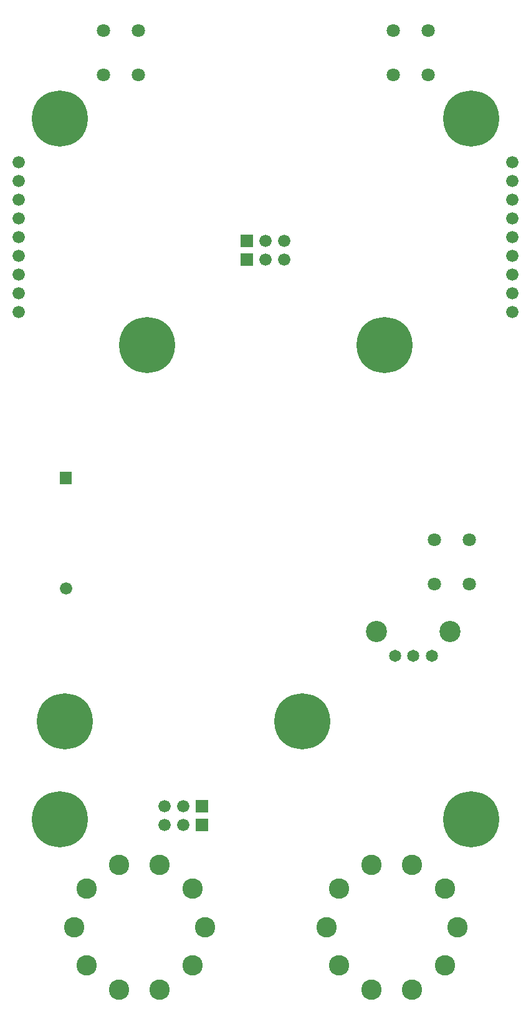
<source format=gbr>
G04 start of page 7 for group -4062 idx -4062 *
G04 Title: (unknown), soldermask *
G04 Creator: pcb 20110918 *
G04 CreationDate: Tue 28 Jun 2016 03:12:40 AM GMT UTC *
G04 For: railfan *
G04 Format: Gerber/RS-274X *
G04 PCB-Dimensions: 275000 550000 *
G04 PCB-Coordinate-Origin: lower left *
%MOIN*%
%FSLAX25Y25*%
%LNBOTTOMMASK*%
%ADD101C,0.1090*%
%ADD100C,0.1130*%
%ADD99C,0.0650*%
%ADD98C,0.0001*%
%ADD97C,0.0710*%
%ADD96C,0.2997*%
%ADD95C,0.0660*%
G54D95*X269500Y383500D03*
G54D96*X201000Y366000D03*
G54D95*X269500Y393500D03*
Y403500D03*
Y413500D03*
Y423500D03*
Y433500D03*
Y443500D03*
Y453500D03*
Y463500D03*
G54D96*X247500Y487000D03*
G54D97*X205650Y510200D03*
Y533800D03*
X224350Y510200D03*
Y533800D03*
G54D95*X5500Y413500D03*
Y423500D03*
Y433500D03*
Y443500D03*
G54D98*G36*
X27300Y298300D02*Y291700D01*
X33900D01*
Y298300D01*
X27300D01*
G37*
G54D95*X5500Y383500D03*
Y393500D03*
Y403500D03*
G54D96*X74000Y366000D03*
G54D95*X5500Y453500D03*
Y463500D03*
G54D96*X27500Y487000D03*
G54D97*X50650Y510200D03*
Y533800D03*
X69350Y510200D03*
Y533800D03*
G54D98*G36*
X124200Y424800D02*Y418200D01*
X130800D01*
Y424800D01*
X124200D01*
G37*
G54D95*X137500Y421500D03*
X147500D03*
G54D98*G36*
X124200Y414800D02*Y408200D01*
X130800D01*
Y414800D01*
X124200D01*
G37*
G54D95*X137500Y411500D03*
X147500D03*
G54D99*X226343Y200000D03*
X216500D03*
X206657D03*
G54D100*X236185Y212992D03*
X196815D03*
G54D97*X227650Y238200D03*
Y261800D03*
X246350Y238200D03*
Y261800D03*
G54D96*X157000Y165000D03*
X27500Y112500D03*
X30000Y165000D03*
G54D95*X30600Y236000D03*
G54D101*X41684Y34428D03*
X35000Y54999D03*
X41684Y75572D03*
X59184Y21713D03*
X59185Y88287D03*
X80816D03*
X98316Y75572D03*
G54D98*G36*
X100200Y112800D02*Y106200D01*
X106800D01*
Y112800D01*
X100200D01*
G37*
G54D95*X93500Y109500D03*
X83500D03*
G54D98*G36*
X100200Y122800D02*Y116200D01*
X106800D01*
Y122800D01*
X100200D01*
G37*
G54D95*X93500Y119500D03*
X83500D03*
G54D96*X247500Y112500D03*
G54D101*X194185Y88287D03*
X215816D03*
X233316Y75572D03*
X240000Y55001D03*
X233316Y34428D03*
X215815Y21713D03*
X194184D03*
X105000Y55001D03*
X170000Y54999D03*
X176684Y75572D03*
X98316Y34428D03*
X80815Y21713D03*
X176684Y34428D03*
M02*

</source>
